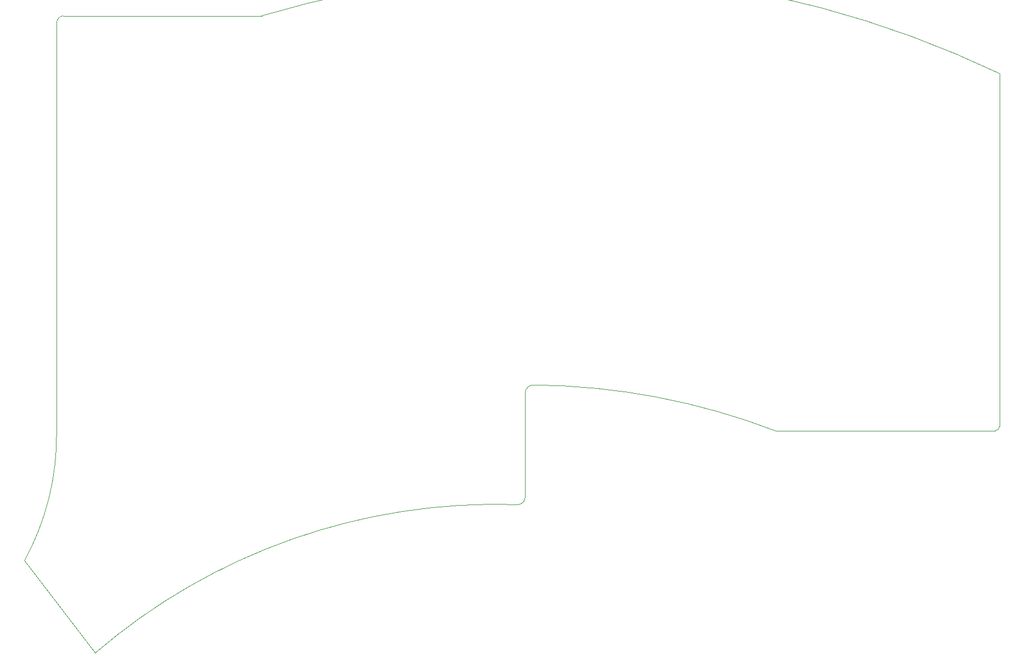
<source format=gbr>
%TF.GenerationSoftware,KiCad,Pcbnew,7.0.6*%
%TF.CreationDate,2024-02-22T22:41:17+11:00*%
%TF.ProjectId,Pteron36v0,50746572-6f6e-4333-9676-302e6b696361,rev?*%
%TF.SameCoordinates,Original*%
%TF.FileFunction,Profile,NP*%
%FSLAX46Y46*%
G04 Gerber Fmt 4.6, Leading zero omitted, Abs format (unit mm)*
G04 Created by KiCad (PCBNEW 7.0.6) date 2024-02-22 22:41:17*
%MOMM*%
%LPD*%
G01*
G04 APERTURE LIST*
%TA.AperFunction,Profile*%
%ADD10C,0.050000*%
%TD*%
G04 APERTURE END LIST*
D10*
X182245000Y-134496299D02*
G75*
G03*
X183392391Y-133350000I1091J1146299D01*
G01*
X184785000Y-116204999D02*
G75*
G03*
X183392391Y-117475000I-117211J-1270001D01*
G01*
X106865237Y-143056946D02*
G75*
G03*
X111764390Y-123320299I-35110237J19191655D01*
G01*
X255905000Y-68580001D02*
G75*
G03*
X143129000Y-59763144I-67853012J-142239999D01*
G01*
X255905000Y-68580000D02*
X255905000Y-122555000D01*
X121747770Y-59763143D02*
X134347770Y-59763143D01*
X112747768Y-59763143D02*
X121747770Y-59763143D01*
X255270000Y-123190000D02*
G75*
G03*
X255905000Y-122555000I0J635000D01*
G01*
X183392391Y-117475000D02*
X183392391Y-133350000D01*
X182245000Y-134496301D02*
G75*
G03*
X117689016Y-157162768I-3261879J-93973535D01*
G01*
X221615000Y-123190000D02*
X255270000Y-123190000D01*
X221615000Y-123190000D02*
G75*
G03*
X184785000Y-116205000I-37843284J-98947538D01*
G01*
X112747768Y-59763144D02*
G75*
G03*
X111764392Y-60836301I157016J-1131012D01*
G01*
X111764391Y-123320299D02*
X111764391Y-60836299D01*
X106865237Y-143056946D02*
X117689016Y-157162768D01*
X134347770Y-59763143D02*
X143129000Y-59763143D01*
M02*

</source>
